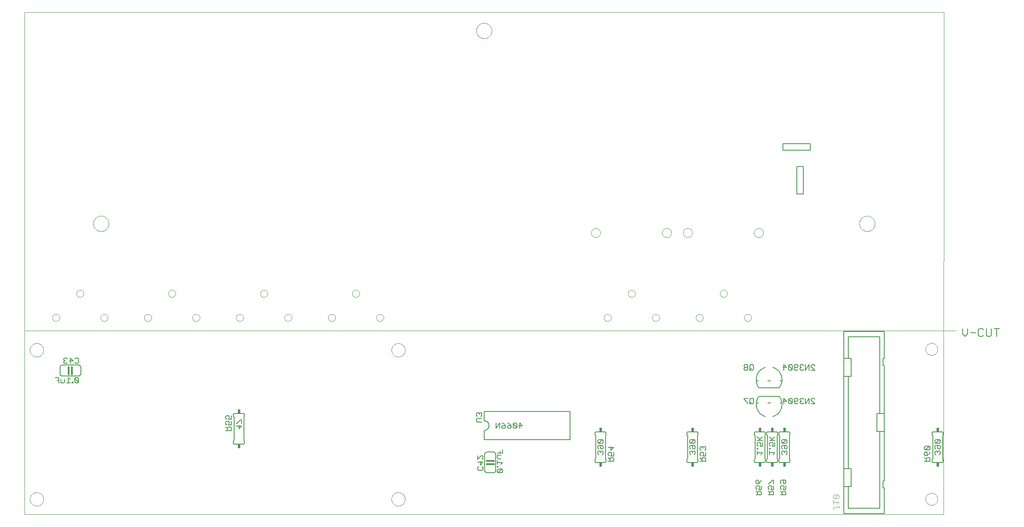
<source format=gbo>
G75*
%MOIN*%
%OFA0B0*%
%FSLAX24Y24*%
%IPPOS*%
%LPD*%
%AMOC8*
5,1,8,0,0,1.08239X$1,22.5*
%
%ADD10C,0.0000*%
%ADD11C,0.0060*%
%ADD12C,0.0050*%
%ADD13R,0.0240X0.0340*%
%ADD14C,0.0080*%
%ADD15C,0.0040*%
%ADD16C,0.0120*%
D10*
X000500Y000250D02*
X000500Y015250D01*
X076500Y015250D01*
X074008Y013750D02*
X074010Y013794D01*
X074016Y013838D01*
X074026Y013881D01*
X074039Y013923D01*
X074057Y013963D01*
X074078Y014002D01*
X074102Y014039D01*
X074129Y014074D01*
X074160Y014106D01*
X074193Y014135D01*
X074229Y014161D01*
X074267Y014183D01*
X074307Y014202D01*
X074348Y014218D01*
X074391Y014230D01*
X074434Y014238D01*
X074478Y014242D01*
X074522Y014242D01*
X074566Y014238D01*
X074609Y014230D01*
X074652Y014218D01*
X074693Y014202D01*
X074733Y014183D01*
X074771Y014161D01*
X074807Y014135D01*
X074840Y014106D01*
X074871Y014074D01*
X074898Y014039D01*
X074922Y014002D01*
X074943Y013963D01*
X074961Y013923D01*
X074974Y013881D01*
X074984Y013838D01*
X074990Y013794D01*
X074992Y013750D01*
X074990Y013706D01*
X074984Y013662D01*
X074974Y013619D01*
X074961Y013577D01*
X074943Y013537D01*
X074922Y013498D01*
X074898Y013461D01*
X074871Y013426D01*
X074840Y013394D01*
X074807Y013365D01*
X074771Y013339D01*
X074733Y013317D01*
X074693Y013298D01*
X074652Y013282D01*
X074609Y013270D01*
X074566Y013262D01*
X074522Y013258D01*
X074478Y013258D01*
X074434Y013262D01*
X074391Y013270D01*
X074348Y013282D01*
X074307Y013298D01*
X074267Y013317D01*
X074229Y013339D01*
X074193Y013365D01*
X074160Y013394D01*
X074129Y013426D01*
X074102Y013461D01*
X074078Y013498D01*
X074057Y013537D01*
X074039Y013577D01*
X074026Y013619D01*
X074016Y013662D01*
X074010Y013706D01*
X074008Y013750D01*
X059213Y016313D02*
X059215Y016347D01*
X059221Y016381D01*
X059231Y016414D01*
X059244Y016445D01*
X059262Y016475D01*
X059282Y016503D01*
X059306Y016528D01*
X059332Y016550D01*
X059360Y016568D01*
X059391Y016584D01*
X059423Y016596D01*
X059457Y016604D01*
X059491Y016608D01*
X059525Y016608D01*
X059559Y016604D01*
X059593Y016596D01*
X059625Y016584D01*
X059655Y016568D01*
X059684Y016550D01*
X059710Y016528D01*
X059734Y016503D01*
X059754Y016475D01*
X059772Y016445D01*
X059785Y016414D01*
X059795Y016381D01*
X059801Y016347D01*
X059803Y016313D01*
X059801Y016279D01*
X059795Y016245D01*
X059785Y016212D01*
X059772Y016181D01*
X059754Y016151D01*
X059734Y016123D01*
X059710Y016098D01*
X059684Y016076D01*
X059656Y016058D01*
X059625Y016042D01*
X059593Y016030D01*
X059559Y016022D01*
X059525Y016018D01*
X059491Y016018D01*
X059457Y016022D01*
X059423Y016030D01*
X059391Y016042D01*
X059360Y016058D01*
X059332Y016076D01*
X059306Y016098D01*
X059282Y016123D01*
X059262Y016151D01*
X059244Y016181D01*
X059231Y016212D01*
X059221Y016245D01*
X059215Y016279D01*
X059213Y016313D01*
X055276Y016313D02*
X055278Y016347D01*
X055284Y016381D01*
X055294Y016414D01*
X055307Y016445D01*
X055325Y016475D01*
X055345Y016503D01*
X055369Y016528D01*
X055395Y016550D01*
X055423Y016568D01*
X055454Y016584D01*
X055486Y016596D01*
X055520Y016604D01*
X055554Y016608D01*
X055588Y016608D01*
X055622Y016604D01*
X055656Y016596D01*
X055688Y016584D01*
X055718Y016568D01*
X055747Y016550D01*
X055773Y016528D01*
X055797Y016503D01*
X055817Y016475D01*
X055835Y016445D01*
X055848Y016414D01*
X055858Y016381D01*
X055864Y016347D01*
X055866Y016313D01*
X055864Y016279D01*
X055858Y016245D01*
X055848Y016212D01*
X055835Y016181D01*
X055817Y016151D01*
X055797Y016123D01*
X055773Y016098D01*
X055747Y016076D01*
X055719Y016058D01*
X055688Y016042D01*
X055656Y016030D01*
X055622Y016022D01*
X055588Y016018D01*
X055554Y016018D01*
X055520Y016022D01*
X055486Y016030D01*
X055454Y016042D01*
X055423Y016058D01*
X055395Y016076D01*
X055369Y016098D01*
X055345Y016123D01*
X055325Y016151D01*
X055307Y016181D01*
X055294Y016212D01*
X055284Y016245D01*
X055278Y016279D01*
X055276Y016313D01*
X051713Y016313D02*
X051715Y016347D01*
X051721Y016381D01*
X051731Y016414D01*
X051744Y016445D01*
X051762Y016475D01*
X051782Y016503D01*
X051806Y016528D01*
X051832Y016550D01*
X051860Y016568D01*
X051891Y016584D01*
X051923Y016596D01*
X051957Y016604D01*
X051991Y016608D01*
X052025Y016608D01*
X052059Y016604D01*
X052093Y016596D01*
X052125Y016584D01*
X052155Y016568D01*
X052184Y016550D01*
X052210Y016528D01*
X052234Y016503D01*
X052254Y016475D01*
X052272Y016445D01*
X052285Y016414D01*
X052295Y016381D01*
X052301Y016347D01*
X052303Y016313D01*
X052301Y016279D01*
X052295Y016245D01*
X052285Y016212D01*
X052272Y016181D01*
X052254Y016151D01*
X052234Y016123D01*
X052210Y016098D01*
X052184Y016076D01*
X052156Y016058D01*
X052125Y016042D01*
X052093Y016030D01*
X052059Y016022D01*
X052025Y016018D01*
X051991Y016018D01*
X051957Y016022D01*
X051923Y016030D01*
X051891Y016042D01*
X051860Y016058D01*
X051832Y016076D01*
X051806Y016098D01*
X051782Y016123D01*
X051762Y016151D01*
X051744Y016181D01*
X051731Y016212D01*
X051721Y016245D01*
X051715Y016279D01*
X051713Y016313D01*
X049744Y018281D02*
X049746Y018315D01*
X049752Y018349D01*
X049762Y018382D01*
X049775Y018413D01*
X049793Y018443D01*
X049813Y018471D01*
X049837Y018496D01*
X049863Y018518D01*
X049891Y018536D01*
X049922Y018552D01*
X049954Y018564D01*
X049988Y018572D01*
X050022Y018576D01*
X050056Y018576D01*
X050090Y018572D01*
X050124Y018564D01*
X050156Y018552D01*
X050186Y018536D01*
X050215Y018518D01*
X050241Y018496D01*
X050265Y018471D01*
X050285Y018443D01*
X050303Y018413D01*
X050316Y018382D01*
X050326Y018349D01*
X050332Y018315D01*
X050334Y018281D01*
X050332Y018247D01*
X050326Y018213D01*
X050316Y018180D01*
X050303Y018149D01*
X050285Y018119D01*
X050265Y018091D01*
X050241Y018066D01*
X050215Y018044D01*
X050187Y018026D01*
X050156Y018010D01*
X050124Y017998D01*
X050090Y017990D01*
X050056Y017986D01*
X050022Y017986D01*
X049988Y017990D01*
X049954Y017998D01*
X049922Y018010D01*
X049891Y018026D01*
X049863Y018044D01*
X049837Y018066D01*
X049813Y018091D01*
X049793Y018119D01*
X049775Y018149D01*
X049762Y018180D01*
X049752Y018213D01*
X049746Y018247D01*
X049744Y018281D01*
X047776Y016313D02*
X047778Y016347D01*
X047784Y016381D01*
X047794Y016414D01*
X047807Y016445D01*
X047825Y016475D01*
X047845Y016503D01*
X047869Y016528D01*
X047895Y016550D01*
X047923Y016568D01*
X047954Y016584D01*
X047986Y016596D01*
X048020Y016604D01*
X048054Y016608D01*
X048088Y016608D01*
X048122Y016604D01*
X048156Y016596D01*
X048188Y016584D01*
X048218Y016568D01*
X048247Y016550D01*
X048273Y016528D01*
X048297Y016503D01*
X048317Y016475D01*
X048335Y016445D01*
X048348Y016414D01*
X048358Y016381D01*
X048364Y016347D01*
X048366Y016313D01*
X048364Y016279D01*
X048358Y016245D01*
X048348Y016212D01*
X048335Y016181D01*
X048317Y016151D01*
X048297Y016123D01*
X048273Y016098D01*
X048247Y016076D01*
X048219Y016058D01*
X048188Y016042D01*
X048156Y016030D01*
X048122Y016022D01*
X048088Y016018D01*
X048054Y016018D01*
X048020Y016022D01*
X047986Y016030D01*
X047954Y016042D01*
X047923Y016058D01*
X047895Y016076D01*
X047869Y016098D01*
X047845Y016123D01*
X047825Y016151D01*
X047807Y016181D01*
X047794Y016212D01*
X047784Y016245D01*
X047778Y016279D01*
X047776Y016313D01*
X057244Y018281D02*
X057246Y018315D01*
X057252Y018349D01*
X057262Y018382D01*
X057275Y018413D01*
X057293Y018443D01*
X057313Y018471D01*
X057337Y018496D01*
X057363Y018518D01*
X057391Y018536D01*
X057422Y018552D01*
X057454Y018564D01*
X057488Y018572D01*
X057522Y018576D01*
X057556Y018576D01*
X057590Y018572D01*
X057624Y018564D01*
X057656Y018552D01*
X057686Y018536D01*
X057715Y018518D01*
X057741Y018496D01*
X057765Y018471D01*
X057785Y018443D01*
X057803Y018413D01*
X057816Y018382D01*
X057826Y018349D01*
X057832Y018315D01*
X057834Y018281D01*
X057832Y018247D01*
X057826Y018213D01*
X057816Y018180D01*
X057803Y018149D01*
X057785Y018119D01*
X057765Y018091D01*
X057741Y018066D01*
X057715Y018044D01*
X057687Y018026D01*
X057656Y018010D01*
X057624Y017998D01*
X057590Y017990D01*
X057556Y017986D01*
X057522Y017986D01*
X057488Y017990D01*
X057454Y017998D01*
X057422Y018010D01*
X057391Y018026D01*
X057363Y018044D01*
X057337Y018066D01*
X057313Y018091D01*
X057293Y018119D01*
X057275Y018149D01*
X057262Y018180D01*
X057252Y018213D01*
X057246Y018247D01*
X057244Y018281D01*
X054231Y023250D02*
X054233Y023288D01*
X054239Y023327D01*
X054249Y023364D01*
X054262Y023400D01*
X054280Y023434D01*
X054300Y023467D01*
X054324Y023497D01*
X054351Y023524D01*
X054381Y023549D01*
X054412Y023571D01*
X054446Y023589D01*
X054482Y023603D01*
X054519Y023614D01*
X054557Y023621D01*
X054595Y023624D01*
X054634Y023623D01*
X054672Y023618D01*
X054710Y023609D01*
X054746Y023596D01*
X054781Y023580D01*
X054814Y023560D01*
X054845Y023537D01*
X054873Y023511D01*
X054898Y023482D01*
X054921Y023451D01*
X054940Y023417D01*
X054955Y023382D01*
X054967Y023345D01*
X054975Y023308D01*
X054979Y023269D01*
X054979Y023231D01*
X054975Y023192D01*
X054967Y023155D01*
X054955Y023118D01*
X054940Y023083D01*
X054921Y023049D01*
X054898Y023018D01*
X054873Y022989D01*
X054845Y022963D01*
X054814Y022940D01*
X054781Y022920D01*
X054746Y022904D01*
X054710Y022891D01*
X054672Y022882D01*
X054634Y022877D01*
X054595Y022876D01*
X054557Y022879D01*
X054519Y022886D01*
X054482Y022897D01*
X054446Y022911D01*
X054412Y022929D01*
X054381Y022951D01*
X054351Y022976D01*
X054324Y023003D01*
X054300Y023033D01*
X054280Y023066D01*
X054262Y023100D01*
X054249Y023136D01*
X054239Y023173D01*
X054233Y023212D01*
X054231Y023250D01*
X052521Y023250D02*
X052523Y023288D01*
X052529Y023327D01*
X052539Y023364D01*
X052552Y023400D01*
X052570Y023434D01*
X052590Y023467D01*
X052614Y023497D01*
X052641Y023524D01*
X052671Y023549D01*
X052702Y023571D01*
X052736Y023589D01*
X052772Y023603D01*
X052809Y023614D01*
X052847Y023621D01*
X052885Y023624D01*
X052924Y023623D01*
X052962Y023618D01*
X053000Y023609D01*
X053036Y023596D01*
X053071Y023580D01*
X053104Y023560D01*
X053135Y023537D01*
X053163Y023511D01*
X053188Y023482D01*
X053211Y023451D01*
X053230Y023417D01*
X053245Y023382D01*
X053257Y023345D01*
X053265Y023308D01*
X053269Y023269D01*
X053269Y023231D01*
X053265Y023192D01*
X053257Y023155D01*
X053245Y023118D01*
X053230Y023083D01*
X053211Y023049D01*
X053188Y023018D01*
X053163Y022989D01*
X053135Y022963D01*
X053104Y022940D01*
X053071Y022920D01*
X053036Y022904D01*
X053000Y022891D01*
X052962Y022882D01*
X052924Y022877D01*
X052885Y022876D01*
X052847Y022879D01*
X052809Y022886D01*
X052772Y022897D01*
X052736Y022911D01*
X052702Y022929D01*
X052671Y022951D01*
X052641Y022976D01*
X052614Y023003D01*
X052590Y023033D01*
X052570Y023066D01*
X052552Y023100D01*
X052539Y023136D01*
X052529Y023173D01*
X052523Y023212D01*
X052521Y023250D01*
X046731Y023250D02*
X046733Y023288D01*
X046739Y023327D01*
X046749Y023364D01*
X046762Y023400D01*
X046780Y023434D01*
X046800Y023467D01*
X046824Y023497D01*
X046851Y023524D01*
X046881Y023549D01*
X046912Y023571D01*
X046946Y023589D01*
X046982Y023603D01*
X047019Y023614D01*
X047057Y023621D01*
X047095Y023624D01*
X047134Y023623D01*
X047172Y023618D01*
X047210Y023609D01*
X047246Y023596D01*
X047281Y023580D01*
X047314Y023560D01*
X047345Y023537D01*
X047373Y023511D01*
X047398Y023482D01*
X047421Y023451D01*
X047440Y023417D01*
X047455Y023382D01*
X047467Y023345D01*
X047475Y023308D01*
X047479Y023269D01*
X047479Y023231D01*
X047475Y023192D01*
X047467Y023155D01*
X047455Y023118D01*
X047440Y023083D01*
X047421Y023049D01*
X047398Y023018D01*
X047373Y022989D01*
X047345Y022963D01*
X047314Y022940D01*
X047281Y022920D01*
X047246Y022904D01*
X047210Y022891D01*
X047172Y022882D01*
X047134Y022877D01*
X047095Y022876D01*
X047057Y022879D01*
X047019Y022886D01*
X046982Y022897D01*
X046946Y022911D01*
X046912Y022929D01*
X046881Y022951D01*
X046851Y022976D01*
X046824Y023003D01*
X046800Y023033D01*
X046780Y023066D01*
X046762Y023100D01*
X046749Y023136D01*
X046739Y023173D01*
X046733Y023212D01*
X046731Y023250D01*
X060021Y023250D02*
X060023Y023288D01*
X060029Y023327D01*
X060039Y023364D01*
X060052Y023400D01*
X060070Y023434D01*
X060090Y023467D01*
X060114Y023497D01*
X060141Y023524D01*
X060171Y023549D01*
X060202Y023571D01*
X060236Y023589D01*
X060272Y023603D01*
X060309Y023614D01*
X060347Y023621D01*
X060385Y023624D01*
X060424Y023623D01*
X060462Y023618D01*
X060500Y023609D01*
X060536Y023596D01*
X060571Y023580D01*
X060604Y023560D01*
X060635Y023537D01*
X060663Y023511D01*
X060688Y023482D01*
X060711Y023451D01*
X060730Y023417D01*
X060745Y023382D01*
X060757Y023345D01*
X060765Y023308D01*
X060769Y023269D01*
X060769Y023231D01*
X060765Y023192D01*
X060757Y023155D01*
X060745Y023118D01*
X060730Y023083D01*
X060711Y023049D01*
X060688Y023018D01*
X060663Y022989D01*
X060635Y022963D01*
X060604Y022940D01*
X060571Y022920D01*
X060536Y022904D01*
X060500Y022891D01*
X060462Y022882D01*
X060424Y022877D01*
X060385Y022876D01*
X060347Y022879D01*
X060309Y022886D01*
X060272Y022897D01*
X060236Y022911D01*
X060202Y022929D01*
X060171Y022951D01*
X060141Y022976D01*
X060114Y023003D01*
X060090Y023033D01*
X060070Y023066D01*
X060052Y023100D01*
X060039Y023136D01*
X060029Y023173D01*
X060023Y023212D01*
X060021Y023250D01*
X068620Y024000D02*
X068622Y024050D01*
X068628Y024100D01*
X068638Y024149D01*
X068652Y024197D01*
X068669Y024244D01*
X068690Y024289D01*
X068715Y024333D01*
X068743Y024374D01*
X068775Y024413D01*
X068809Y024450D01*
X068846Y024484D01*
X068886Y024514D01*
X068928Y024541D01*
X068972Y024565D01*
X069018Y024586D01*
X069065Y024602D01*
X069113Y024615D01*
X069163Y024624D01*
X069212Y024629D01*
X069263Y024630D01*
X069313Y024627D01*
X069362Y024620D01*
X069411Y024609D01*
X069459Y024594D01*
X069505Y024576D01*
X069550Y024554D01*
X069593Y024528D01*
X069634Y024499D01*
X069673Y024467D01*
X069709Y024432D01*
X069741Y024394D01*
X069771Y024354D01*
X069798Y024311D01*
X069821Y024267D01*
X069840Y024221D01*
X069856Y024173D01*
X069868Y024124D01*
X069876Y024075D01*
X069880Y024025D01*
X069880Y023975D01*
X069876Y023925D01*
X069868Y023876D01*
X069856Y023827D01*
X069840Y023779D01*
X069821Y023733D01*
X069798Y023689D01*
X069771Y023646D01*
X069741Y023606D01*
X069709Y023568D01*
X069673Y023533D01*
X069634Y023501D01*
X069593Y023472D01*
X069550Y023446D01*
X069505Y023424D01*
X069459Y023406D01*
X069411Y023391D01*
X069362Y023380D01*
X069313Y023373D01*
X069263Y023370D01*
X069212Y023371D01*
X069163Y023376D01*
X069113Y023385D01*
X069065Y023398D01*
X069018Y023414D01*
X068972Y023435D01*
X068928Y023459D01*
X068886Y023486D01*
X068846Y023516D01*
X068809Y023550D01*
X068775Y023587D01*
X068743Y023626D01*
X068715Y023667D01*
X068690Y023711D01*
X068669Y023756D01*
X068652Y023803D01*
X068638Y023851D01*
X068628Y023900D01*
X068622Y023950D01*
X068620Y024000D01*
X037370Y039750D02*
X037372Y039800D01*
X037378Y039850D01*
X037388Y039899D01*
X037402Y039947D01*
X037419Y039994D01*
X037440Y040039D01*
X037465Y040083D01*
X037493Y040124D01*
X037525Y040163D01*
X037559Y040200D01*
X037596Y040234D01*
X037636Y040264D01*
X037678Y040291D01*
X037722Y040315D01*
X037768Y040336D01*
X037815Y040352D01*
X037863Y040365D01*
X037913Y040374D01*
X037962Y040379D01*
X038013Y040380D01*
X038063Y040377D01*
X038112Y040370D01*
X038161Y040359D01*
X038209Y040344D01*
X038255Y040326D01*
X038300Y040304D01*
X038343Y040278D01*
X038384Y040249D01*
X038423Y040217D01*
X038459Y040182D01*
X038491Y040144D01*
X038521Y040104D01*
X038548Y040061D01*
X038571Y040017D01*
X038590Y039971D01*
X038606Y039923D01*
X038618Y039874D01*
X038626Y039825D01*
X038630Y039775D01*
X038630Y039725D01*
X038626Y039675D01*
X038618Y039626D01*
X038606Y039577D01*
X038590Y039529D01*
X038571Y039483D01*
X038548Y039439D01*
X038521Y039396D01*
X038491Y039356D01*
X038459Y039318D01*
X038423Y039283D01*
X038384Y039251D01*
X038343Y039222D01*
X038300Y039196D01*
X038255Y039174D01*
X038209Y039156D01*
X038161Y039141D01*
X038112Y039130D01*
X038063Y039123D01*
X038013Y039120D01*
X037962Y039121D01*
X037913Y039126D01*
X037863Y039135D01*
X037815Y039148D01*
X037768Y039164D01*
X037722Y039185D01*
X037678Y039209D01*
X037636Y039236D01*
X037596Y039266D01*
X037559Y039300D01*
X037525Y039337D01*
X037493Y039376D01*
X037465Y039417D01*
X037440Y039461D01*
X037419Y039506D01*
X037402Y039553D01*
X037388Y039601D01*
X037378Y039650D01*
X037372Y039700D01*
X037370Y039750D01*
X006120Y024000D02*
X006122Y024050D01*
X006128Y024100D01*
X006138Y024149D01*
X006152Y024197D01*
X006169Y024244D01*
X006190Y024289D01*
X006215Y024333D01*
X006243Y024374D01*
X006275Y024413D01*
X006309Y024450D01*
X006346Y024484D01*
X006386Y024514D01*
X006428Y024541D01*
X006472Y024565D01*
X006518Y024586D01*
X006565Y024602D01*
X006613Y024615D01*
X006663Y024624D01*
X006712Y024629D01*
X006763Y024630D01*
X006813Y024627D01*
X006862Y024620D01*
X006911Y024609D01*
X006959Y024594D01*
X007005Y024576D01*
X007050Y024554D01*
X007093Y024528D01*
X007134Y024499D01*
X007173Y024467D01*
X007209Y024432D01*
X007241Y024394D01*
X007271Y024354D01*
X007298Y024311D01*
X007321Y024267D01*
X007340Y024221D01*
X007356Y024173D01*
X007368Y024124D01*
X007376Y024075D01*
X007380Y024025D01*
X007380Y023975D01*
X007376Y023925D01*
X007368Y023876D01*
X007356Y023827D01*
X007340Y023779D01*
X007321Y023733D01*
X007298Y023689D01*
X007271Y023646D01*
X007241Y023606D01*
X007209Y023568D01*
X007173Y023533D01*
X007134Y023501D01*
X007093Y023472D01*
X007050Y023446D01*
X007005Y023424D01*
X006959Y023406D01*
X006911Y023391D01*
X006862Y023380D01*
X006813Y023373D01*
X006763Y023370D01*
X006712Y023371D01*
X006663Y023376D01*
X006613Y023385D01*
X006565Y023398D01*
X006518Y023414D01*
X006472Y023435D01*
X006428Y023459D01*
X006386Y023486D01*
X006346Y023516D01*
X006309Y023550D01*
X006275Y023587D01*
X006243Y023626D01*
X006215Y023667D01*
X006190Y023711D01*
X006169Y023756D01*
X006152Y023803D01*
X006138Y023851D01*
X006128Y023900D01*
X006122Y023950D01*
X006120Y024000D01*
X004744Y018281D02*
X004746Y018315D01*
X004752Y018349D01*
X004762Y018382D01*
X004775Y018413D01*
X004793Y018443D01*
X004813Y018471D01*
X004837Y018496D01*
X004863Y018518D01*
X004891Y018536D01*
X004922Y018552D01*
X004954Y018564D01*
X004988Y018572D01*
X005022Y018576D01*
X005056Y018576D01*
X005090Y018572D01*
X005124Y018564D01*
X005156Y018552D01*
X005186Y018536D01*
X005215Y018518D01*
X005241Y018496D01*
X005265Y018471D01*
X005285Y018443D01*
X005303Y018413D01*
X005316Y018382D01*
X005326Y018349D01*
X005332Y018315D01*
X005334Y018281D01*
X005332Y018247D01*
X005326Y018213D01*
X005316Y018180D01*
X005303Y018149D01*
X005285Y018119D01*
X005265Y018091D01*
X005241Y018066D01*
X005215Y018044D01*
X005187Y018026D01*
X005156Y018010D01*
X005124Y017998D01*
X005090Y017990D01*
X005056Y017986D01*
X005022Y017986D01*
X004988Y017990D01*
X004954Y017998D01*
X004922Y018010D01*
X004891Y018026D01*
X004863Y018044D01*
X004837Y018066D01*
X004813Y018091D01*
X004793Y018119D01*
X004775Y018149D01*
X004762Y018180D01*
X004752Y018213D01*
X004746Y018247D01*
X004744Y018281D01*
X002776Y016313D02*
X002778Y016347D01*
X002784Y016381D01*
X002794Y016414D01*
X002807Y016445D01*
X002825Y016475D01*
X002845Y016503D01*
X002869Y016528D01*
X002895Y016550D01*
X002923Y016568D01*
X002954Y016584D01*
X002986Y016596D01*
X003020Y016604D01*
X003054Y016608D01*
X003088Y016608D01*
X003122Y016604D01*
X003156Y016596D01*
X003188Y016584D01*
X003218Y016568D01*
X003247Y016550D01*
X003273Y016528D01*
X003297Y016503D01*
X003317Y016475D01*
X003335Y016445D01*
X003348Y016414D01*
X003358Y016381D01*
X003364Y016347D01*
X003366Y016313D01*
X003364Y016279D01*
X003358Y016245D01*
X003348Y016212D01*
X003335Y016181D01*
X003317Y016151D01*
X003297Y016123D01*
X003273Y016098D01*
X003247Y016076D01*
X003219Y016058D01*
X003188Y016042D01*
X003156Y016030D01*
X003122Y016022D01*
X003088Y016018D01*
X003054Y016018D01*
X003020Y016022D01*
X002986Y016030D01*
X002954Y016042D01*
X002923Y016058D01*
X002895Y016076D01*
X002869Y016098D01*
X002845Y016123D01*
X002825Y016151D01*
X002807Y016181D01*
X002794Y016212D01*
X002784Y016245D01*
X002778Y016279D01*
X002776Y016313D01*
X000500Y015250D02*
X000500Y041250D01*
X075500Y041250D01*
X075492Y000250D01*
X000500Y000250D01*
X000949Y001500D02*
X000951Y001547D01*
X000957Y001593D01*
X000967Y001639D01*
X000980Y001684D01*
X000998Y001727D01*
X001019Y001769D01*
X001043Y001809D01*
X001071Y001846D01*
X001102Y001881D01*
X001136Y001914D01*
X001172Y001943D01*
X001211Y001969D01*
X001252Y001992D01*
X001295Y002011D01*
X001339Y002027D01*
X001384Y002039D01*
X001430Y002047D01*
X001477Y002051D01*
X001523Y002051D01*
X001570Y002047D01*
X001616Y002039D01*
X001661Y002027D01*
X001705Y002011D01*
X001748Y001992D01*
X001789Y001969D01*
X001828Y001943D01*
X001864Y001914D01*
X001898Y001881D01*
X001929Y001846D01*
X001957Y001809D01*
X001981Y001769D01*
X002002Y001727D01*
X002020Y001684D01*
X002033Y001639D01*
X002043Y001593D01*
X002049Y001547D01*
X002051Y001500D01*
X002049Y001453D01*
X002043Y001407D01*
X002033Y001361D01*
X002020Y001316D01*
X002002Y001273D01*
X001981Y001231D01*
X001957Y001191D01*
X001929Y001154D01*
X001898Y001119D01*
X001864Y001086D01*
X001828Y001057D01*
X001789Y001031D01*
X001748Y001008D01*
X001705Y000989D01*
X001661Y000973D01*
X001616Y000961D01*
X001570Y000953D01*
X001523Y000949D01*
X001477Y000949D01*
X001430Y000953D01*
X001384Y000961D01*
X001339Y000973D01*
X001295Y000989D01*
X001252Y001008D01*
X001211Y001031D01*
X001172Y001057D01*
X001136Y001086D01*
X001102Y001119D01*
X001071Y001154D01*
X001043Y001191D01*
X001019Y001231D01*
X000998Y001273D01*
X000980Y001316D01*
X000967Y001361D01*
X000957Y001407D01*
X000951Y001453D01*
X000949Y001500D01*
X000949Y013673D02*
X000951Y013720D01*
X000957Y013766D01*
X000967Y013812D01*
X000980Y013857D01*
X000998Y013900D01*
X001019Y013942D01*
X001043Y013982D01*
X001071Y014019D01*
X001102Y014054D01*
X001136Y014087D01*
X001172Y014116D01*
X001211Y014142D01*
X001252Y014165D01*
X001295Y014184D01*
X001339Y014200D01*
X001384Y014212D01*
X001430Y014220D01*
X001477Y014224D01*
X001523Y014224D01*
X001570Y014220D01*
X001616Y014212D01*
X001661Y014200D01*
X001705Y014184D01*
X001748Y014165D01*
X001789Y014142D01*
X001828Y014116D01*
X001864Y014087D01*
X001898Y014054D01*
X001929Y014019D01*
X001957Y013982D01*
X001981Y013942D01*
X002002Y013900D01*
X002020Y013857D01*
X002033Y013812D01*
X002043Y013766D01*
X002049Y013720D01*
X002051Y013673D01*
X002049Y013626D01*
X002043Y013580D01*
X002033Y013534D01*
X002020Y013489D01*
X002002Y013446D01*
X001981Y013404D01*
X001957Y013364D01*
X001929Y013327D01*
X001898Y013292D01*
X001864Y013259D01*
X001828Y013230D01*
X001789Y013204D01*
X001748Y013181D01*
X001705Y013162D01*
X001661Y013146D01*
X001616Y013134D01*
X001570Y013126D01*
X001523Y013122D01*
X001477Y013122D01*
X001430Y013126D01*
X001384Y013134D01*
X001339Y013146D01*
X001295Y013162D01*
X001252Y013181D01*
X001211Y013204D01*
X001172Y013230D01*
X001136Y013259D01*
X001102Y013292D01*
X001071Y013327D01*
X001043Y013364D01*
X001019Y013404D01*
X000998Y013446D01*
X000980Y013489D01*
X000967Y013534D01*
X000957Y013580D01*
X000951Y013626D01*
X000949Y013673D01*
X006713Y016313D02*
X006715Y016347D01*
X006721Y016381D01*
X006731Y016414D01*
X006744Y016445D01*
X006762Y016475D01*
X006782Y016503D01*
X006806Y016528D01*
X006832Y016550D01*
X006860Y016568D01*
X006891Y016584D01*
X006923Y016596D01*
X006957Y016604D01*
X006991Y016608D01*
X007025Y016608D01*
X007059Y016604D01*
X007093Y016596D01*
X007125Y016584D01*
X007155Y016568D01*
X007184Y016550D01*
X007210Y016528D01*
X007234Y016503D01*
X007254Y016475D01*
X007272Y016445D01*
X007285Y016414D01*
X007295Y016381D01*
X007301Y016347D01*
X007303Y016313D01*
X007301Y016279D01*
X007295Y016245D01*
X007285Y016212D01*
X007272Y016181D01*
X007254Y016151D01*
X007234Y016123D01*
X007210Y016098D01*
X007184Y016076D01*
X007156Y016058D01*
X007125Y016042D01*
X007093Y016030D01*
X007059Y016022D01*
X007025Y016018D01*
X006991Y016018D01*
X006957Y016022D01*
X006923Y016030D01*
X006891Y016042D01*
X006860Y016058D01*
X006832Y016076D01*
X006806Y016098D01*
X006782Y016123D01*
X006762Y016151D01*
X006744Y016181D01*
X006731Y016212D01*
X006721Y016245D01*
X006715Y016279D01*
X006713Y016313D01*
X010276Y016313D02*
X010278Y016347D01*
X010284Y016381D01*
X010294Y016414D01*
X010307Y016445D01*
X010325Y016475D01*
X010345Y016503D01*
X010369Y016528D01*
X010395Y016550D01*
X010423Y016568D01*
X010454Y016584D01*
X010486Y016596D01*
X010520Y016604D01*
X010554Y016608D01*
X010588Y016608D01*
X010622Y016604D01*
X010656Y016596D01*
X010688Y016584D01*
X010718Y016568D01*
X010747Y016550D01*
X010773Y016528D01*
X010797Y016503D01*
X010817Y016475D01*
X010835Y016445D01*
X010848Y016414D01*
X010858Y016381D01*
X010864Y016347D01*
X010866Y016313D01*
X010864Y016279D01*
X010858Y016245D01*
X010848Y016212D01*
X010835Y016181D01*
X010817Y016151D01*
X010797Y016123D01*
X010773Y016098D01*
X010747Y016076D01*
X010719Y016058D01*
X010688Y016042D01*
X010656Y016030D01*
X010622Y016022D01*
X010588Y016018D01*
X010554Y016018D01*
X010520Y016022D01*
X010486Y016030D01*
X010454Y016042D01*
X010423Y016058D01*
X010395Y016076D01*
X010369Y016098D01*
X010345Y016123D01*
X010325Y016151D01*
X010307Y016181D01*
X010294Y016212D01*
X010284Y016245D01*
X010278Y016279D01*
X010276Y016313D01*
X012244Y018281D02*
X012246Y018315D01*
X012252Y018349D01*
X012262Y018382D01*
X012275Y018413D01*
X012293Y018443D01*
X012313Y018471D01*
X012337Y018496D01*
X012363Y018518D01*
X012391Y018536D01*
X012422Y018552D01*
X012454Y018564D01*
X012488Y018572D01*
X012522Y018576D01*
X012556Y018576D01*
X012590Y018572D01*
X012624Y018564D01*
X012656Y018552D01*
X012686Y018536D01*
X012715Y018518D01*
X012741Y018496D01*
X012765Y018471D01*
X012785Y018443D01*
X012803Y018413D01*
X012816Y018382D01*
X012826Y018349D01*
X012832Y018315D01*
X012834Y018281D01*
X012832Y018247D01*
X012826Y018213D01*
X012816Y018180D01*
X012803Y018149D01*
X012785Y018119D01*
X012765Y018091D01*
X012741Y018066D01*
X012715Y018044D01*
X012687Y018026D01*
X012656Y018010D01*
X012624Y017998D01*
X012590Y017990D01*
X012556Y017986D01*
X012522Y017986D01*
X012488Y017990D01*
X012454Y017998D01*
X012422Y018010D01*
X012391Y018026D01*
X012363Y018044D01*
X012337Y018066D01*
X012313Y018091D01*
X012293Y018119D01*
X012275Y018149D01*
X012262Y018180D01*
X012252Y018213D01*
X012246Y018247D01*
X012244Y018281D01*
X014213Y016313D02*
X014215Y016347D01*
X014221Y016381D01*
X014231Y016414D01*
X014244Y016445D01*
X014262Y016475D01*
X014282Y016503D01*
X014306Y016528D01*
X014332Y016550D01*
X014360Y016568D01*
X014391Y016584D01*
X014423Y016596D01*
X014457Y016604D01*
X014491Y016608D01*
X014525Y016608D01*
X014559Y016604D01*
X014593Y016596D01*
X014625Y016584D01*
X014655Y016568D01*
X014684Y016550D01*
X014710Y016528D01*
X014734Y016503D01*
X014754Y016475D01*
X014772Y016445D01*
X014785Y016414D01*
X014795Y016381D01*
X014801Y016347D01*
X014803Y016313D01*
X014801Y016279D01*
X014795Y016245D01*
X014785Y016212D01*
X014772Y016181D01*
X014754Y016151D01*
X014734Y016123D01*
X014710Y016098D01*
X014684Y016076D01*
X014656Y016058D01*
X014625Y016042D01*
X014593Y016030D01*
X014559Y016022D01*
X014525Y016018D01*
X014491Y016018D01*
X014457Y016022D01*
X014423Y016030D01*
X014391Y016042D01*
X014360Y016058D01*
X014332Y016076D01*
X014306Y016098D01*
X014282Y016123D01*
X014262Y016151D01*
X014244Y016181D01*
X014231Y016212D01*
X014221Y016245D01*
X014215Y016279D01*
X014213Y016313D01*
X017776Y016313D02*
X017778Y016347D01*
X017784Y016381D01*
X017794Y016414D01*
X017807Y016445D01*
X017825Y016475D01*
X017845Y016503D01*
X017869Y016528D01*
X017895Y016550D01*
X017923Y016568D01*
X017954Y016584D01*
X017986Y016596D01*
X018020Y016604D01*
X018054Y016608D01*
X018088Y016608D01*
X018122Y016604D01*
X018156Y016596D01*
X018188Y016584D01*
X018218Y016568D01*
X018247Y016550D01*
X018273Y016528D01*
X018297Y016503D01*
X018317Y016475D01*
X018335Y016445D01*
X018348Y016414D01*
X018358Y016381D01*
X018364Y016347D01*
X018366Y016313D01*
X018364Y016279D01*
X018358Y016245D01*
X018348Y016212D01*
X018335Y016181D01*
X018317Y016151D01*
X018297Y016123D01*
X018273Y016098D01*
X018247Y016076D01*
X018219Y016058D01*
X018188Y016042D01*
X018156Y016030D01*
X018122Y016022D01*
X018088Y016018D01*
X018054Y016018D01*
X018020Y016022D01*
X017986Y016030D01*
X017954Y016042D01*
X017923Y016058D01*
X017895Y016076D01*
X017869Y016098D01*
X017845Y016123D01*
X017825Y016151D01*
X017807Y016181D01*
X017794Y016212D01*
X017784Y016245D01*
X017778Y016279D01*
X017776Y016313D01*
X019744Y018281D02*
X019746Y018315D01*
X019752Y018349D01*
X019762Y018382D01*
X019775Y018413D01*
X019793Y018443D01*
X019813Y018471D01*
X019837Y018496D01*
X019863Y018518D01*
X019891Y018536D01*
X019922Y018552D01*
X019954Y018564D01*
X019988Y018572D01*
X020022Y018576D01*
X020056Y018576D01*
X020090Y018572D01*
X020124Y018564D01*
X020156Y018552D01*
X020186Y018536D01*
X020215Y018518D01*
X020241Y018496D01*
X020265Y018471D01*
X020285Y018443D01*
X020303Y018413D01*
X020316Y018382D01*
X020326Y018349D01*
X020332Y018315D01*
X020334Y018281D01*
X020332Y018247D01*
X020326Y018213D01*
X020316Y018180D01*
X020303Y018149D01*
X020285Y018119D01*
X020265Y018091D01*
X020241Y018066D01*
X020215Y018044D01*
X020187Y018026D01*
X020156Y018010D01*
X020124Y017998D01*
X020090Y017990D01*
X020056Y017986D01*
X020022Y017986D01*
X019988Y017990D01*
X019954Y017998D01*
X019922Y018010D01*
X019891Y018026D01*
X019863Y018044D01*
X019837Y018066D01*
X019813Y018091D01*
X019793Y018119D01*
X019775Y018149D01*
X019762Y018180D01*
X019752Y018213D01*
X019746Y018247D01*
X019744Y018281D01*
X021713Y016313D02*
X021715Y016347D01*
X021721Y016381D01*
X021731Y016414D01*
X021744Y016445D01*
X021762Y016475D01*
X021782Y016503D01*
X021806Y016528D01*
X021832Y016550D01*
X021860Y016568D01*
X021891Y016584D01*
X021923Y016596D01*
X021957Y016604D01*
X021991Y016608D01*
X022025Y016608D01*
X022059Y016604D01*
X022093Y016596D01*
X022125Y016584D01*
X022155Y016568D01*
X022184Y016550D01*
X022210Y016528D01*
X022234Y016503D01*
X022254Y016475D01*
X022272Y016445D01*
X022285Y016414D01*
X022295Y016381D01*
X022301Y016347D01*
X022303Y016313D01*
X022301Y016279D01*
X022295Y016245D01*
X022285Y016212D01*
X022272Y016181D01*
X022254Y016151D01*
X022234Y016123D01*
X022210Y016098D01*
X022184Y016076D01*
X022156Y016058D01*
X022125Y016042D01*
X022093Y016030D01*
X022059Y016022D01*
X022025Y016018D01*
X021991Y016018D01*
X021957Y016022D01*
X021923Y016030D01*
X021891Y016042D01*
X021860Y016058D01*
X021832Y016076D01*
X021806Y016098D01*
X021782Y016123D01*
X021762Y016151D01*
X021744Y016181D01*
X021731Y016212D01*
X021721Y016245D01*
X021715Y016279D01*
X021713Y016313D01*
X025276Y016313D02*
X025278Y016347D01*
X025284Y016381D01*
X025294Y016414D01*
X025307Y016445D01*
X025325Y016475D01*
X025345Y016503D01*
X025369Y016528D01*
X025395Y016550D01*
X025423Y016568D01*
X025454Y016584D01*
X025486Y016596D01*
X025520Y016604D01*
X025554Y016608D01*
X025588Y016608D01*
X025622Y016604D01*
X025656Y016596D01*
X025688Y016584D01*
X025718Y016568D01*
X025747Y016550D01*
X025773Y016528D01*
X025797Y016503D01*
X025817Y016475D01*
X025835Y016445D01*
X025848Y016414D01*
X025858Y016381D01*
X025864Y016347D01*
X025866Y016313D01*
X025864Y016279D01*
X025858Y016245D01*
X025848Y016212D01*
X025835Y016181D01*
X025817Y016151D01*
X025797Y016123D01*
X025773Y016098D01*
X025747Y016076D01*
X025719Y016058D01*
X025688Y016042D01*
X025656Y016030D01*
X025622Y016022D01*
X025588Y016018D01*
X025554Y016018D01*
X025520Y016022D01*
X025486Y016030D01*
X025454Y016042D01*
X025423Y016058D01*
X025395Y016076D01*
X025369Y016098D01*
X025345Y016123D01*
X025325Y016151D01*
X025307Y016181D01*
X025294Y016212D01*
X025284Y016245D01*
X025278Y016279D01*
X025276Y016313D01*
X027244Y018281D02*
X027246Y018315D01*
X027252Y018349D01*
X027262Y018382D01*
X027275Y018413D01*
X027293Y018443D01*
X027313Y018471D01*
X027337Y018496D01*
X027363Y018518D01*
X027391Y018536D01*
X027422Y018552D01*
X027454Y018564D01*
X027488Y018572D01*
X027522Y018576D01*
X027556Y018576D01*
X027590Y018572D01*
X027624Y018564D01*
X027656Y018552D01*
X027686Y018536D01*
X027715Y018518D01*
X027741Y018496D01*
X027765Y018471D01*
X027785Y018443D01*
X027803Y018413D01*
X027816Y018382D01*
X027826Y018349D01*
X027832Y018315D01*
X027834Y018281D01*
X027832Y018247D01*
X027826Y018213D01*
X027816Y018180D01*
X027803Y018149D01*
X027785Y018119D01*
X027765Y018091D01*
X027741Y018066D01*
X027715Y018044D01*
X027687Y018026D01*
X027656Y018010D01*
X027624Y017998D01*
X027590Y017990D01*
X027556Y017986D01*
X027522Y017986D01*
X027488Y017990D01*
X027454Y017998D01*
X027422Y018010D01*
X027391Y018026D01*
X027363Y018044D01*
X027337Y018066D01*
X027313Y018091D01*
X027293Y018119D01*
X027275Y018149D01*
X027262Y018180D01*
X027252Y018213D01*
X027246Y018247D01*
X027244Y018281D01*
X029213Y016313D02*
X029215Y016347D01*
X029221Y016381D01*
X029231Y016414D01*
X029244Y016445D01*
X029262Y016475D01*
X029282Y016503D01*
X029306Y016528D01*
X029332Y016550D01*
X029360Y016568D01*
X029391Y016584D01*
X029423Y016596D01*
X029457Y016604D01*
X029491Y016608D01*
X029525Y016608D01*
X029559Y016604D01*
X029593Y016596D01*
X029625Y016584D01*
X029655Y016568D01*
X029684Y016550D01*
X029710Y016528D01*
X029734Y016503D01*
X029754Y016475D01*
X029772Y016445D01*
X029785Y016414D01*
X029795Y016381D01*
X029801Y016347D01*
X029803Y016313D01*
X029801Y016279D01*
X029795Y016245D01*
X029785Y016212D01*
X029772Y016181D01*
X029754Y016151D01*
X029734Y016123D01*
X029710Y016098D01*
X029684Y016076D01*
X029656Y016058D01*
X029625Y016042D01*
X029593Y016030D01*
X029559Y016022D01*
X029525Y016018D01*
X029491Y016018D01*
X029457Y016022D01*
X029423Y016030D01*
X029391Y016042D01*
X029360Y016058D01*
X029332Y016076D01*
X029306Y016098D01*
X029282Y016123D01*
X029262Y016151D01*
X029244Y016181D01*
X029231Y016212D01*
X029221Y016245D01*
X029215Y016279D01*
X029213Y016313D01*
X030445Y013673D02*
X030447Y013720D01*
X030453Y013766D01*
X030463Y013812D01*
X030476Y013857D01*
X030494Y013900D01*
X030515Y013942D01*
X030539Y013982D01*
X030567Y014019D01*
X030598Y014054D01*
X030632Y014087D01*
X030668Y014116D01*
X030707Y014142D01*
X030748Y014165D01*
X030791Y014184D01*
X030835Y014200D01*
X030880Y014212D01*
X030926Y014220D01*
X030973Y014224D01*
X031019Y014224D01*
X031066Y014220D01*
X031112Y014212D01*
X031157Y014200D01*
X031201Y014184D01*
X031244Y014165D01*
X031285Y014142D01*
X031324Y014116D01*
X031360Y014087D01*
X031394Y014054D01*
X031425Y014019D01*
X031453Y013982D01*
X031477Y013942D01*
X031498Y013900D01*
X031516Y013857D01*
X031529Y013812D01*
X031539Y013766D01*
X031545Y013720D01*
X031547Y013673D01*
X031545Y013626D01*
X031539Y013580D01*
X031529Y013534D01*
X031516Y013489D01*
X031498Y013446D01*
X031477Y013404D01*
X031453Y013364D01*
X031425Y013327D01*
X031394Y013292D01*
X031360Y013259D01*
X031324Y013230D01*
X031285Y013204D01*
X031244Y013181D01*
X031201Y013162D01*
X031157Y013146D01*
X031112Y013134D01*
X031066Y013126D01*
X031019Y013122D01*
X030973Y013122D01*
X030926Y013126D01*
X030880Y013134D01*
X030835Y013146D01*
X030791Y013162D01*
X030748Y013181D01*
X030707Y013204D01*
X030668Y013230D01*
X030632Y013259D01*
X030598Y013292D01*
X030567Y013327D01*
X030539Y013364D01*
X030515Y013404D01*
X030494Y013446D01*
X030476Y013489D01*
X030463Y013534D01*
X030453Y013580D01*
X030447Y013626D01*
X030445Y013673D01*
X030445Y001500D02*
X030447Y001547D01*
X030453Y001593D01*
X030463Y001639D01*
X030476Y001684D01*
X030494Y001727D01*
X030515Y001769D01*
X030539Y001809D01*
X030567Y001846D01*
X030598Y001881D01*
X030632Y001914D01*
X030668Y001943D01*
X030707Y001969D01*
X030748Y001992D01*
X030791Y002011D01*
X030835Y002027D01*
X030880Y002039D01*
X030926Y002047D01*
X030973Y002051D01*
X031019Y002051D01*
X031066Y002047D01*
X031112Y002039D01*
X031157Y002027D01*
X031201Y002011D01*
X031244Y001992D01*
X031285Y001969D01*
X031324Y001943D01*
X031360Y001914D01*
X031394Y001881D01*
X031425Y001846D01*
X031453Y001809D01*
X031477Y001769D01*
X031498Y001727D01*
X031516Y001684D01*
X031529Y001639D01*
X031539Y001593D01*
X031545Y001547D01*
X031547Y001500D01*
X031545Y001453D01*
X031539Y001407D01*
X031529Y001361D01*
X031516Y001316D01*
X031498Y001273D01*
X031477Y001231D01*
X031453Y001191D01*
X031425Y001154D01*
X031394Y001119D01*
X031360Y001086D01*
X031324Y001057D01*
X031285Y001031D01*
X031244Y001008D01*
X031201Y000989D01*
X031157Y000973D01*
X031112Y000961D01*
X031066Y000953D01*
X031019Y000949D01*
X030973Y000949D01*
X030926Y000953D01*
X030880Y000961D01*
X030835Y000973D01*
X030791Y000989D01*
X030748Y001008D01*
X030707Y001031D01*
X030668Y001057D01*
X030632Y001086D01*
X030598Y001119D01*
X030567Y001154D01*
X030539Y001191D01*
X030515Y001231D01*
X030494Y001273D01*
X030476Y001316D01*
X030463Y001361D01*
X030453Y001407D01*
X030447Y001453D01*
X030445Y001500D01*
X074008Y001500D02*
X074010Y001544D01*
X074016Y001588D01*
X074026Y001631D01*
X074039Y001673D01*
X074057Y001713D01*
X074078Y001752D01*
X074102Y001789D01*
X074129Y001824D01*
X074160Y001856D01*
X074193Y001885D01*
X074229Y001911D01*
X074267Y001933D01*
X074307Y001952D01*
X074348Y001968D01*
X074391Y001980D01*
X074434Y001988D01*
X074478Y001992D01*
X074522Y001992D01*
X074566Y001988D01*
X074609Y001980D01*
X074652Y001968D01*
X074693Y001952D01*
X074733Y001933D01*
X074771Y001911D01*
X074807Y001885D01*
X074840Y001856D01*
X074871Y001824D01*
X074898Y001789D01*
X074922Y001752D01*
X074943Y001713D01*
X074961Y001673D01*
X074974Y001631D01*
X074984Y001588D01*
X074990Y001544D01*
X074992Y001500D01*
X074990Y001456D01*
X074984Y001412D01*
X074974Y001369D01*
X074961Y001327D01*
X074943Y001287D01*
X074922Y001248D01*
X074898Y001211D01*
X074871Y001176D01*
X074840Y001144D01*
X074807Y001115D01*
X074771Y001089D01*
X074733Y001067D01*
X074693Y001048D01*
X074652Y001032D01*
X074609Y001020D01*
X074566Y001012D01*
X074522Y001008D01*
X074478Y001008D01*
X074434Y001012D01*
X074391Y001020D01*
X074348Y001032D01*
X074307Y001048D01*
X074267Y001067D01*
X074229Y001089D01*
X074193Y001115D01*
X074160Y001144D01*
X074129Y001176D01*
X074102Y001211D01*
X074078Y001248D01*
X074057Y001287D01*
X074039Y001327D01*
X074026Y001369D01*
X074016Y001412D01*
X074010Y001456D01*
X074008Y001500D01*
D11*
X074650Y004500D02*
X075350Y004500D01*
X075367Y004502D01*
X075384Y004506D01*
X075400Y004513D01*
X075414Y004523D01*
X075427Y004536D01*
X075437Y004550D01*
X075444Y004566D01*
X075448Y004583D01*
X075450Y004600D01*
X075450Y004750D01*
X075400Y004800D01*
X075400Y006700D01*
X075450Y006750D01*
X075450Y006900D01*
X075448Y006917D01*
X075444Y006934D01*
X075437Y006950D01*
X075427Y006964D01*
X075414Y006977D01*
X075400Y006987D01*
X075384Y006994D01*
X075367Y006998D01*
X075350Y007000D01*
X074650Y007000D01*
X074633Y006998D01*
X074616Y006994D01*
X074600Y006987D01*
X074586Y006977D01*
X074573Y006964D01*
X074563Y006950D01*
X074556Y006934D01*
X074552Y006917D01*
X074550Y006900D01*
X074550Y006750D01*
X074600Y006700D01*
X074600Y004800D01*
X074550Y004750D01*
X074550Y004600D01*
X074552Y004583D01*
X074556Y004566D01*
X074563Y004550D01*
X074573Y004536D01*
X074586Y004523D01*
X074600Y004513D01*
X074616Y004506D01*
X074633Y004502D01*
X074650Y004500D01*
X062950Y004600D02*
X062950Y004750D01*
X062900Y004800D01*
X062900Y006700D01*
X062950Y006750D01*
X062950Y006900D01*
X062948Y006917D01*
X062944Y006934D01*
X062937Y006950D01*
X062927Y006964D01*
X062914Y006977D01*
X062900Y006987D01*
X062884Y006994D01*
X062867Y006998D01*
X062850Y007000D01*
X062150Y007000D01*
X062133Y006998D01*
X062116Y006994D01*
X062100Y006987D01*
X062086Y006977D01*
X062073Y006964D01*
X062063Y006950D01*
X062056Y006934D01*
X062052Y006917D01*
X062050Y006900D01*
X062050Y006750D01*
X062100Y006700D01*
X062100Y004800D01*
X062050Y004750D01*
X062050Y004600D01*
X062052Y004583D01*
X062056Y004566D01*
X062063Y004550D01*
X062073Y004536D01*
X062086Y004523D01*
X062100Y004513D01*
X062116Y004506D01*
X062133Y004502D01*
X062150Y004500D01*
X062850Y004500D01*
X062867Y004502D01*
X062884Y004506D01*
X062900Y004513D01*
X062914Y004523D01*
X062927Y004536D01*
X062937Y004550D01*
X062944Y004566D01*
X062948Y004583D01*
X062950Y004600D01*
X061950Y004600D02*
X061950Y004750D01*
X061900Y004800D01*
X061900Y006700D01*
X061950Y006750D01*
X061950Y006900D01*
X061948Y006917D01*
X061944Y006934D01*
X061937Y006950D01*
X061927Y006964D01*
X061914Y006977D01*
X061900Y006987D01*
X061884Y006994D01*
X061867Y006998D01*
X061850Y007000D01*
X061150Y007000D01*
X061133Y006998D01*
X061116Y006994D01*
X061100Y006987D01*
X061086Y006977D01*
X061073Y006964D01*
X061063Y006950D01*
X061056Y006934D01*
X061052Y006917D01*
X061050Y006900D01*
X061050Y006750D01*
X061100Y006700D01*
X061100Y004800D01*
X061050Y004750D01*
X061050Y004600D01*
X060950Y004600D02*
X060950Y004750D01*
X060900Y004800D01*
X060900Y006700D01*
X060950Y006750D01*
X060950Y006900D01*
X060948Y006917D01*
X060944Y006934D01*
X060937Y006950D01*
X060927Y006964D01*
X060914Y006977D01*
X060900Y006987D01*
X060884Y006994D01*
X060867Y006998D01*
X060850Y007000D01*
X060150Y007000D01*
X060133Y006998D01*
X060116Y006994D01*
X060100Y006987D01*
X060086Y006977D01*
X060073Y006964D01*
X060063Y006950D01*
X060056Y006934D01*
X060052Y006917D01*
X060050Y006900D01*
X060050Y006750D01*
X060100Y006700D01*
X060100Y004800D01*
X060050Y004750D01*
X060050Y004600D01*
X060052Y004583D01*
X060056Y004566D01*
X060063Y004550D01*
X060073Y004536D01*
X060086Y004523D01*
X060100Y004513D01*
X060116Y004506D01*
X060133Y004502D01*
X060150Y004500D01*
X060850Y004500D01*
X060867Y004502D01*
X060884Y004506D01*
X060900Y004513D01*
X060914Y004523D01*
X060927Y004536D01*
X060937Y004550D01*
X060944Y004566D01*
X060948Y004583D01*
X060950Y004600D01*
X061050Y004600D02*
X061052Y004583D01*
X061056Y004566D01*
X061063Y004550D01*
X061073Y004536D01*
X061086Y004523D01*
X061100Y004513D01*
X061116Y004506D01*
X061133Y004502D01*
X061150Y004500D01*
X061850Y004500D01*
X061867Y004502D01*
X061884Y004506D01*
X061900Y004513D01*
X061914Y004523D01*
X061927Y004536D01*
X061937Y004550D01*
X061944Y004566D01*
X061948Y004583D01*
X061950Y004600D01*
X055450Y004600D02*
X055450Y004750D01*
X055400Y004800D01*
X055400Y006700D01*
X055450Y006750D01*
X055450Y006900D01*
X055448Y006917D01*
X055444Y006934D01*
X055437Y006950D01*
X055427Y006964D01*
X055414Y006977D01*
X055400Y006987D01*
X055384Y006994D01*
X055367Y006998D01*
X055350Y007000D01*
X054650Y007000D01*
X054633Y006998D01*
X054616Y006994D01*
X054600Y006987D01*
X054586Y006977D01*
X054573Y006964D01*
X054563Y006950D01*
X054556Y006934D01*
X054552Y006917D01*
X054550Y006900D01*
X054550Y006750D01*
X054600Y006700D01*
X054600Y004800D01*
X054550Y004750D01*
X054550Y004600D01*
X054552Y004583D01*
X054556Y004566D01*
X054563Y004550D01*
X054573Y004536D01*
X054586Y004523D01*
X054600Y004513D01*
X054616Y004506D01*
X054633Y004502D01*
X054650Y004500D01*
X055350Y004500D01*
X055367Y004502D01*
X055384Y004506D01*
X055400Y004513D01*
X055414Y004523D01*
X055427Y004536D01*
X055437Y004550D01*
X055444Y004566D01*
X055448Y004583D01*
X055450Y004600D01*
X047950Y004600D02*
X047950Y004750D01*
X047900Y004800D01*
X047900Y006700D01*
X047950Y006750D01*
X047950Y006900D01*
X047948Y006917D01*
X047944Y006934D01*
X047937Y006950D01*
X047927Y006964D01*
X047914Y006977D01*
X047900Y006987D01*
X047884Y006994D01*
X047867Y006998D01*
X047850Y007000D01*
X047150Y007000D01*
X047133Y006998D01*
X047116Y006994D01*
X047100Y006987D01*
X047086Y006977D01*
X047073Y006964D01*
X047063Y006950D01*
X047056Y006934D01*
X047052Y006917D01*
X047050Y006900D01*
X047050Y006750D01*
X047100Y006700D01*
X047100Y004800D01*
X047050Y004750D01*
X047050Y004600D01*
X047052Y004583D01*
X047056Y004566D01*
X047063Y004550D01*
X047073Y004536D01*
X047086Y004523D01*
X047100Y004513D01*
X047116Y004506D01*
X047133Y004502D01*
X047150Y004500D01*
X047850Y004500D01*
X047867Y004502D01*
X047884Y004506D01*
X047900Y004513D01*
X047914Y004523D01*
X047927Y004536D01*
X047937Y004550D01*
X047944Y004566D01*
X047948Y004583D01*
X047950Y004600D01*
X045000Y006350D02*
X045000Y008650D01*
X038000Y008650D01*
X038000Y007900D01*
X038039Y007898D01*
X038078Y007892D01*
X038116Y007883D01*
X038153Y007870D01*
X038189Y007853D01*
X038222Y007833D01*
X038254Y007809D01*
X038283Y007783D01*
X038309Y007754D01*
X038333Y007722D01*
X038353Y007689D01*
X038370Y007653D01*
X038383Y007616D01*
X038392Y007578D01*
X038398Y007539D01*
X038400Y007500D01*
X038398Y007461D01*
X038392Y007422D01*
X038383Y007384D01*
X038370Y007347D01*
X038353Y007311D01*
X038333Y007278D01*
X038309Y007246D01*
X038283Y007217D01*
X038254Y007191D01*
X038222Y007167D01*
X038189Y007147D01*
X038153Y007130D01*
X038116Y007117D01*
X038078Y007108D01*
X038039Y007102D01*
X038000Y007100D01*
X038000Y006350D01*
X045000Y006350D01*
X038950Y005150D02*
X038950Y003850D01*
X038948Y003824D01*
X038943Y003798D01*
X038935Y003773D01*
X038923Y003750D01*
X038909Y003728D01*
X038891Y003709D01*
X038872Y003691D01*
X038850Y003677D01*
X038827Y003665D01*
X038802Y003657D01*
X038776Y003652D01*
X038750Y003650D01*
X038250Y003650D01*
X038224Y003652D01*
X038198Y003657D01*
X038173Y003665D01*
X038150Y003677D01*
X038128Y003691D01*
X038109Y003709D01*
X038091Y003728D01*
X038077Y003750D01*
X038065Y003773D01*
X038057Y003798D01*
X038052Y003824D01*
X038050Y003850D01*
X038050Y005150D01*
X038052Y005176D01*
X038057Y005202D01*
X038065Y005227D01*
X038077Y005250D01*
X038091Y005272D01*
X038109Y005291D01*
X038128Y005309D01*
X038150Y005323D01*
X038173Y005335D01*
X038198Y005343D01*
X038224Y005348D01*
X038250Y005350D01*
X038750Y005350D01*
X038776Y005348D01*
X038802Y005343D01*
X038827Y005335D01*
X038850Y005323D01*
X038872Y005309D01*
X038891Y005291D01*
X038909Y005272D01*
X038923Y005250D01*
X038935Y005227D01*
X038943Y005202D01*
X038948Y005176D01*
X038950Y005150D01*
X018450Y006100D02*
X018450Y006250D01*
X018400Y006300D01*
X018400Y008200D01*
X018450Y008250D01*
X018450Y008400D01*
X018448Y008417D01*
X018444Y008434D01*
X018437Y008450D01*
X018427Y008464D01*
X018414Y008477D01*
X018400Y008487D01*
X018384Y008494D01*
X018367Y008498D01*
X018350Y008500D01*
X017650Y008500D01*
X017633Y008498D01*
X017616Y008494D01*
X017600Y008487D01*
X017586Y008477D01*
X017573Y008464D01*
X017563Y008450D01*
X017556Y008434D01*
X017552Y008417D01*
X017550Y008400D01*
X017550Y008250D01*
X017600Y008200D01*
X017600Y006300D01*
X017550Y006250D01*
X017550Y006100D01*
X017552Y006083D01*
X017556Y006066D01*
X017563Y006050D01*
X017573Y006036D01*
X017586Y006023D01*
X017600Y006013D01*
X017616Y006006D01*
X017633Y006002D01*
X017650Y006000D01*
X018350Y006000D01*
X018367Y006002D01*
X018384Y006006D01*
X018400Y006013D01*
X018414Y006023D01*
X018427Y006036D01*
X018437Y006050D01*
X018444Y006066D01*
X018448Y006083D01*
X018450Y006100D01*
X005100Y011750D02*
X005100Y012250D01*
X005098Y012276D01*
X005093Y012302D01*
X005085Y012327D01*
X005073Y012350D01*
X005059Y012372D01*
X005041Y012391D01*
X005022Y012409D01*
X005000Y012423D01*
X004977Y012435D01*
X004952Y012443D01*
X004926Y012448D01*
X004900Y012450D01*
X003600Y012450D01*
X003574Y012448D01*
X003548Y012443D01*
X003523Y012435D01*
X003500Y012423D01*
X003478Y012409D01*
X003459Y012391D01*
X003441Y012372D01*
X003427Y012350D01*
X003415Y012327D01*
X003407Y012302D01*
X003402Y012276D01*
X003400Y012250D01*
X003400Y011750D01*
X003402Y011724D01*
X003407Y011698D01*
X003415Y011673D01*
X003427Y011650D01*
X003441Y011628D01*
X003459Y011609D01*
X003478Y011591D01*
X003500Y011577D01*
X003523Y011565D01*
X003548Y011557D01*
X003574Y011552D01*
X003600Y011550D01*
X004900Y011550D01*
X004926Y011552D01*
X004952Y011557D01*
X004977Y011565D01*
X005000Y011577D01*
X005022Y011591D01*
X005041Y011609D01*
X005059Y011628D01*
X005073Y011650D01*
X005085Y011673D01*
X005093Y011698D01*
X005098Y011724D01*
X005100Y011750D01*
X077030Y014994D02*
X077244Y014780D01*
X077457Y014994D01*
X077457Y015421D01*
X077675Y015100D02*
X078102Y015100D01*
X078319Y015314D02*
X078319Y014887D01*
X078426Y014780D01*
X078639Y014780D01*
X078746Y014887D01*
X078964Y014887D02*
X079070Y014780D01*
X079284Y014780D01*
X079391Y014887D01*
X079391Y015421D01*
X079608Y015421D02*
X080035Y015421D01*
X079822Y015421D02*
X079822Y014780D01*
X078964Y014887D02*
X078964Y015421D01*
X078746Y015314D02*
X078639Y015421D01*
X078426Y015421D01*
X078319Y015314D01*
X077030Y015421D02*
X077030Y014994D01*
D12*
X064987Y012400D02*
X064912Y012475D01*
X064762Y012475D01*
X064687Y012400D01*
X064687Y012325D01*
X064987Y012025D01*
X064687Y012025D01*
X064527Y012025D02*
X064527Y012475D01*
X064227Y012025D01*
X064227Y012475D01*
X064067Y012400D02*
X063992Y012475D01*
X063841Y012475D01*
X063766Y012400D01*
X063766Y012325D01*
X063841Y012250D01*
X063766Y012175D01*
X063766Y012100D01*
X063841Y012025D01*
X063992Y012025D01*
X064067Y012100D01*
X063916Y012250D02*
X063841Y012250D01*
X063606Y012325D02*
X063531Y012250D01*
X063306Y012250D01*
X063306Y012100D02*
X063306Y012400D01*
X063381Y012475D01*
X063531Y012475D01*
X063606Y012400D01*
X063606Y012325D01*
X063606Y012100D02*
X063531Y012025D01*
X063381Y012025D01*
X063306Y012100D01*
X063146Y012100D02*
X062846Y012400D01*
X062846Y012100D01*
X062921Y012025D01*
X063071Y012025D01*
X063146Y012100D01*
X063146Y012400D01*
X063071Y012475D01*
X062921Y012475D01*
X062846Y012400D01*
X062685Y012250D02*
X062385Y012250D01*
X062460Y012025D02*
X062460Y012475D01*
X062685Y012250D01*
X061560Y012253D02*
X061619Y012233D01*
X061676Y012210D01*
X061733Y012183D01*
X061787Y012152D01*
X061840Y012119D01*
X061890Y012082D01*
X061939Y012043D01*
X061984Y012000D01*
X062028Y011955D01*
X062068Y011908D01*
X062106Y011858D01*
X062141Y011806D01*
X062172Y011752D01*
X062200Y011697D01*
X062225Y011640D01*
X062246Y011581D01*
X062264Y011521D01*
X062279Y011460D01*
X062289Y011399D01*
X062296Y011337D01*
X062300Y011275D01*
X062299Y011212D01*
X062295Y011150D01*
X062137Y011150D01*
X062075Y010600D02*
X060425Y010600D01*
X060363Y011150D02*
X060205Y011150D01*
X061137Y011150D02*
X061363Y011150D01*
X062075Y010600D02*
X062110Y010648D01*
X062143Y010698D01*
X062174Y010750D01*
X062201Y010804D01*
X062225Y010859D01*
X062245Y010916D01*
X062263Y010973D01*
X062277Y011031D01*
X062288Y011090D01*
X062295Y011150D01*
X060940Y012253D02*
X060880Y012233D01*
X060821Y012209D01*
X060764Y012181D01*
X060709Y012150D01*
X060655Y012115D01*
X060604Y012078D01*
X060555Y012037D01*
X060509Y011993D01*
X060465Y011947D01*
X060424Y011898D01*
X060386Y011847D01*
X060352Y011794D01*
X060320Y011738D01*
X060293Y011681D01*
X060268Y011622D01*
X060248Y011562D01*
X060230Y011501D01*
X060217Y011439D01*
X060208Y011376D01*
X060202Y011313D01*
X060200Y011249D01*
X060202Y011185D01*
X060208Y011122D01*
X060217Y011059D01*
X060231Y010997D01*
X060248Y010936D01*
X060269Y010876D01*
X060293Y010817D01*
X060321Y010760D01*
X060353Y010704D01*
X060388Y010651D01*
X060425Y010600D01*
X060425Y009900D02*
X062075Y009900D01*
X062460Y009725D02*
X062685Y009500D01*
X062385Y009500D01*
X062295Y009350D02*
X062137Y009350D01*
X062460Y009275D02*
X062460Y009725D01*
X062846Y009650D02*
X063146Y009350D01*
X063071Y009275D01*
X062921Y009275D01*
X062846Y009350D01*
X062846Y009650D01*
X062921Y009725D01*
X063071Y009725D01*
X063146Y009650D01*
X063146Y009350D01*
X063306Y009350D02*
X063306Y009650D01*
X063381Y009725D01*
X063531Y009725D01*
X063606Y009650D01*
X063606Y009575D01*
X063531Y009500D01*
X063306Y009500D01*
X063306Y009350D02*
X063381Y009275D01*
X063531Y009275D01*
X063606Y009350D01*
X063766Y009350D02*
X063841Y009275D01*
X063992Y009275D01*
X064067Y009350D01*
X064227Y009275D02*
X064227Y009725D01*
X064067Y009650D02*
X063992Y009725D01*
X063841Y009725D01*
X063766Y009650D01*
X063766Y009575D01*
X063841Y009500D01*
X063766Y009425D01*
X063766Y009350D01*
X063841Y009500D02*
X063916Y009500D01*
X064227Y009275D02*
X064527Y009725D01*
X064527Y009275D01*
X064687Y009275D02*
X064987Y009275D01*
X064687Y009575D01*
X064687Y009650D01*
X064762Y009725D01*
X064912Y009725D01*
X064987Y009650D01*
X061363Y009350D02*
X061137Y009350D01*
X060425Y009900D02*
X060390Y009852D01*
X060357Y009802D01*
X060326Y009750D01*
X060299Y009696D01*
X060275Y009641D01*
X060255Y009584D01*
X060237Y009527D01*
X060223Y009469D01*
X060212Y009410D01*
X060205Y009350D01*
X060363Y009350D01*
X059975Y009350D02*
X059975Y009650D01*
X059900Y009725D01*
X059750Y009725D01*
X059675Y009650D01*
X059675Y009350D01*
X059750Y009275D01*
X059900Y009275D01*
X059975Y009350D01*
X059825Y009425D02*
X059675Y009275D01*
X059515Y009275D02*
X059515Y009350D01*
X059214Y009650D01*
X059214Y009725D01*
X059515Y009725D01*
X061560Y008247D02*
X061620Y008267D01*
X061679Y008291D01*
X061736Y008319D01*
X061791Y008350D01*
X061845Y008385D01*
X061896Y008422D01*
X061945Y008463D01*
X061991Y008507D01*
X062035Y008553D01*
X062076Y008602D01*
X062114Y008653D01*
X062148Y008706D01*
X062180Y008762D01*
X062207Y008819D01*
X062232Y008878D01*
X062252Y008938D01*
X062270Y008999D01*
X062283Y009061D01*
X062292Y009124D01*
X062298Y009187D01*
X062300Y009251D01*
X062298Y009315D01*
X062292Y009378D01*
X062283Y009441D01*
X062269Y009503D01*
X062252Y009564D01*
X062231Y009624D01*
X062207Y009683D01*
X062179Y009740D01*
X062147Y009796D01*
X062112Y009849D01*
X062075Y009900D01*
X060205Y009350D02*
X060201Y009288D01*
X060200Y009225D01*
X060204Y009163D01*
X060211Y009101D01*
X060221Y009040D01*
X060236Y008979D01*
X060254Y008919D01*
X060275Y008860D01*
X060300Y008803D01*
X060328Y008748D01*
X060359Y008694D01*
X060394Y008642D01*
X060432Y008592D01*
X060472Y008545D01*
X060516Y008500D01*
X060561Y008457D01*
X060610Y008418D01*
X060660Y008381D01*
X060713Y008348D01*
X060767Y008317D01*
X060824Y008290D01*
X060881Y008267D01*
X060940Y008247D01*
X060725Y006586D02*
X060425Y006286D01*
X060500Y006361D02*
X060275Y006586D01*
X060275Y006286D02*
X060725Y006286D01*
X060725Y006126D02*
X060725Y005826D01*
X060500Y005826D01*
X060575Y005976D01*
X060575Y006051D01*
X060500Y006126D01*
X060350Y006126D01*
X060275Y006051D01*
X060275Y005901D01*
X060350Y005826D01*
X060350Y005670D02*
X060275Y005670D01*
X060275Y005595D01*
X060350Y005595D01*
X060350Y005670D01*
X060275Y005435D02*
X060275Y005135D01*
X060275Y005285D02*
X060725Y005285D01*
X060575Y005135D01*
X061275Y005135D02*
X061275Y005435D01*
X061275Y005285D02*
X061725Y005285D01*
X061575Y005135D01*
X061350Y005595D02*
X061350Y005670D01*
X061275Y005670D01*
X061275Y005595D01*
X061350Y005595D01*
X061350Y005826D02*
X061275Y005901D01*
X061275Y006051D01*
X061350Y006126D01*
X061500Y006126D01*
X061575Y006051D01*
X061575Y005976D01*
X061500Y005826D01*
X061725Y005826D01*
X061725Y006126D01*
X061725Y006286D02*
X061275Y006286D01*
X061425Y006286D02*
X061725Y006586D01*
X061500Y006361D02*
X061275Y006586D01*
X062275Y006281D02*
X062275Y006131D01*
X062350Y006056D01*
X062650Y006356D01*
X062350Y006356D01*
X062275Y006281D01*
X062350Y006056D02*
X062650Y006056D01*
X062725Y006131D01*
X062725Y006281D01*
X062650Y006356D01*
X062650Y005896D02*
X062725Y005821D01*
X062725Y005670D01*
X062650Y005595D01*
X062575Y005595D01*
X062500Y005670D01*
X062500Y005896D01*
X062350Y005896D02*
X062650Y005896D01*
X062350Y005896D02*
X062275Y005821D01*
X062275Y005670D01*
X062350Y005595D01*
X062350Y005435D02*
X062275Y005360D01*
X062275Y005210D01*
X062350Y005135D01*
X062500Y005285D02*
X062500Y005360D01*
X062425Y005435D01*
X062350Y005435D01*
X062500Y005360D02*
X062575Y005435D01*
X062650Y005435D01*
X062725Y005360D01*
X062725Y005210D01*
X062650Y005135D01*
X062550Y003065D02*
X062625Y002990D01*
X062625Y002840D01*
X062550Y002765D01*
X062475Y002765D01*
X062400Y002840D01*
X062400Y003065D01*
X062250Y003065D02*
X062550Y003065D01*
X062250Y003065D02*
X062175Y002990D01*
X062175Y002840D01*
X062250Y002765D01*
X062250Y002604D02*
X062175Y002529D01*
X062175Y002379D01*
X062250Y002304D01*
X062400Y002304D02*
X062475Y002454D01*
X062475Y002529D01*
X062400Y002604D01*
X062250Y002604D01*
X062400Y002304D02*
X062625Y002304D01*
X062625Y002604D01*
X062550Y002144D02*
X062400Y002144D01*
X062325Y002069D01*
X062325Y001844D01*
X062325Y001994D02*
X062175Y002144D01*
X062175Y001844D02*
X062625Y001844D01*
X062625Y002069D01*
X062550Y002144D01*
X061625Y002069D02*
X061550Y002144D01*
X061400Y002144D01*
X061325Y002069D01*
X061325Y001844D01*
X061325Y001994D02*
X061175Y002144D01*
X061250Y002304D02*
X061175Y002379D01*
X061175Y002529D01*
X061250Y002604D01*
X061400Y002604D01*
X061475Y002529D01*
X061475Y002454D01*
X061400Y002304D01*
X061625Y002304D01*
X061625Y002604D01*
X061625Y002765D02*
X061625Y003065D01*
X061550Y003065D01*
X061250Y002765D01*
X061175Y002765D01*
X060625Y002604D02*
X060625Y002304D01*
X060400Y002304D01*
X060475Y002454D01*
X060475Y002529D01*
X060400Y002604D01*
X060250Y002604D01*
X060175Y002529D01*
X060175Y002379D01*
X060250Y002304D01*
X060175Y002144D02*
X060325Y001994D01*
X060325Y002069D02*
X060325Y001844D01*
X060175Y001844D02*
X060625Y001844D01*
X060625Y002069D01*
X060550Y002144D01*
X060400Y002144D01*
X060325Y002069D01*
X061175Y001844D02*
X061625Y001844D01*
X061625Y002069D01*
X060550Y002915D02*
X060400Y002765D01*
X060400Y002990D01*
X060325Y003065D01*
X060250Y003065D01*
X060175Y002990D01*
X060175Y002840D01*
X060250Y002765D01*
X060400Y002765D01*
X060550Y002915D02*
X060625Y003065D01*
X056075Y004575D02*
X056075Y004800D01*
X056000Y004875D01*
X055850Y004875D01*
X055775Y004800D01*
X055775Y004575D01*
X055625Y004575D02*
X056075Y004575D01*
X055775Y004725D02*
X055625Y004875D01*
X055700Y005035D02*
X055625Y005110D01*
X055625Y005261D01*
X055700Y005336D01*
X055850Y005336D01*
X055925Y005261D01*
X055925Y005186D01*
X055850Y005035D01*
X056075Y005035D01*
X056075Y005336D01*
X056000Y005496D02*
X056075Y005571D01*
X056075Y005721D01*
X056000Y005796D01*
X055925Y005796D01*
X055850Y005721D01*
X055775Y005796D01*
X055700Y005796D01*
X055625Y005721D01*
X055625Y005571D01*
X055700Y005496D01*
X055850Y005646D02*
X055850Y005721D01*
X055225Y005670D02*
X055225Y005821D01*
X055150Y005896D01*
X054850Y005896D01*
X054775Y005821D01*
X054775Y005670D01*
X054850Y005595D01*
X054850Y005435D02*
X054775Y005360D01*
X054775Y005210D01*
X054850Y005135D01*
X055000Y005285D02*
X055000Y005360D01*
X054925Y005435D01*
X054850Y005435D01*
X055000Y005360D02*
X055075Y005435D01*
X055150Y005435D01*
X055225Y005360D01*
X055225Y005210D01*
X055150Y005135D01*
X055150Y005595D02*
X055075Y005595D01*
X055000Y005670D01*
X055000Y005896D01*
X054850Y006056D02*
X055150Y006356D01*
X054850Y006356D01*
X054775Y006281D01*
X054775Y006131D01*
X054850Y006056D01*
X055150Y006056D01*
X055225Y006131D01*
X055225Y006281D01*
X055150Y006356D01*
X055225Y005670D02*
X055150Y005595D01*
X048575Y005721D02*
X048350Y005496D01*
X048350Y005796D01*
X048125Y005721D02*
X048575Y005721D01*
X048575Y005336D02*
X048575Y005035D01*
X048350Y005035D01*
X048425Y005186D01*
X048425Y005261D01*
X048350Y005336D01*
X048200Y005336D01*
X048125Y005261D01*
X048125Y005110D01*
X048200Y005035D01*
X048125Y004875D02*
X048275Y004725D01*
X048275Y004800D02*
X048275Y004575D01*
X048125Y004575D02*
X048575Y004575D01*
X048575Y004800D01*
X048500Y004875D01*
X048350Y004875D01*
X048275Y004800D01*
X047725Y005210D02*
X047725Y005360D01*
X047650Y005435D01*
X047575Y005435D01*
X047500Y005360D01*
X047425Y005435D01*
X047350Y005435D01*
X047275Y005360D01*
X047275Y005210D01*
X047350Y005135D01*
X047500Y005285D02*
X047500Y005360D01*
X047575Y005595D02*
X047500Y005670D01*
X047500Y005896D01*
X047350Y005896D02*
X047650Y005896D01*
X047725Y005821D01*
X047725Y005670D01*
X047650Y005595D01*
X047575Y005595D01*
X047350Y005595D02*
X047275Y005670D01*
X047275Y005821D01*
X047350Y005896D01*
X047350Y006056D02*
X047650Y006356D01*
X047350Y006356D01*
X047275Y006281D01*
X047275Y006131D01*
X047350Y006056D01*
X047650Y006056D01*
X047725Y006131D01*
X047725Y006281D01*
X047650Y006356D01*
X047725Y005210D02*
X047650Y005135D01*
X041127Y007500D02*
X040827Y007500D01*
X040667Y007350D02*
X040366Y007650D01*
X040366Y007350D01*
X040441Y007275D01*
X040592Y007275D01*
X040667Y007350D01*
X040667Y007650D01*
X040592Y007725D01*
X040441Y007725D01*
X040366Y007650D01*
X040206Y007500D02*
X039981Y007500D01*
X039906Y007425D01*
X039906Y007350D01*
X039981Y007275D01*
X040131Y007275D01*
X040206Y007350D01*
X040206Y007500D01*
X040056Y007650D01*
X039906Y007725D01*
X039746Y007500D02*
X039521Y007500D01*
X039446Y007425D01*
X039446Y007350D01*
X039521Y007275D01*
X039671Y007275D01*
X039746Y007350D01*
X039746Y007500D01*
X039596Y007650D01*
X039446Y007725D01*
X039285Y007725D02*
X038985Y007275D01*
X038985Y007725D01*
X039285Y007725D02*
X039285Y007275D01*
X037825Y007804D02*
X037450Y007804D01*
X037375Y007879D01*
X037375Y008029D01*
X037450Y008104D01*
X037825Y008104D01*
X037750Y008265D02*
X037825Y008340D01*
X037825Y008490D01*
X037750Y008565D01*
X037675Y008565D01*
X037600Y008490D01*
X037525Y008565D01*
X037450Y008565D01*
X037375Y008490D01*
X037375Y008340D01*
X037450Y008265D01*
X037600Y008415D02*
X037600Y008490D01*
X040902Y007725D02*
X040902Y007275D01*
X041127Y007500D02*
X040902Y007725D01*
X039525Y005565D02*
X039525Y005265D01*
X039075Y005265D01*
X039075Y005104D02*
X039375Y005104D01*
X039300Y005265D02*
X039300Y005415D01*
X039075Y005104D02*
X039075Y004879D01*
X039150Y004804D01*
X039375Y004804D01*
X039075Y004644D02*
X039075Y004344D01*
X039075Y004494D02*
X039525Y004494D01*
X039375Y004344D01*
X039150Y004189D02*
X039150Y004114D01*
X039075Y004114D01*
X039075Y004189D01*
X039150Y004189D01*
X039150Y003953D02*
X039075Y003878D01*
X039075Y003728D01*
X039150Y003653D01*
X039450Y003953D01*
X039150Y003953D01*
X039150Y003653D02*
X039450Y003653D01*
X039525Y003728D01*
X039525Y003878D01*
X039450Y003953D01*
X037925Y003919D02*
X037850Y003844D01*
X037550Y003844D01*
X037475Y003919D01*
X037475Y004069D01*
X037550Y004144D01*
X037700Y004304D02*
X037700Y004604D01*
X037850Y004765D02*
X037925Y004840D01*
X037925Y004990D01*
X037850Y005065D01*
X037775Y005065D01*
X037475Y004765D01*
X037475Y005065D01*
X037475Y004529D02*
X037925Y004529D01*
X037700Y004304D01*
X037850Y004144D02*
X037925Y004069D01*
X037925Y003919D01*
X018225Y007469D02*
X018000Y007244D01*
X018000Y007544D01*
X017850Y007705D02*
X017775Y007705D01*
X017850Y007705D02*
X018150Y008005D01*
X018225Y008005D01*
X018225Y007705D01*
X018225Y007469D02*
X017775Y007469D01*
X017375Y007554D02*
X017150Y007554D01*
X017225Y007704D01*
X017225Y007779D01*
X017150Y007854D01*
X017000Y007854D01*
X016925Y007779D01*
X016925Y007629D01*
X017000Y007554D01*
X016925Y007394D02*
X017075Y007244D01*
X017075Y007319D02*
X017075Y007094D01*
X016925Y007094D02*
X017375Y007094D01*
X017375Y007319D01*
X017300Y007394D01*
X017150Y007394D01*
X017075Y007319D01*
X017375Y007554D02*
X017375Y007854D01*
X017375Y008015D02*
X017150Y008015D01*
X017225Y008165D01*
X017225Y008240D01*
X017150Y008315D01*
X017000Y008315D01*
X016925Y008240D01*
X016925Y008090D01*
X017000Y008015D01*
X017375Y008015D02*
X017375Y008315D01*
X004925Y011050D02*
X004625Y011350D01*
X004625Y011050D01*
X004700Y010975D01*
X004850Y010975D01*
X004925Y011050D01*
X004925Y011350D01*
X004850Y011425D01*
X004700Y011425D01*
X004625Y011350D01*
X004465Y011050D02*
X004390Y011050D01*
X004390Y010975D01*
X004465Y010975D01*
X004465Y011050D01*
X004234Y010975D02*
X003934Y010975D01*
X004084Y010975D02*
X004084Y011425D01*
X004234Y011275D01*
X003774Y011275D02*
X003774Y011050D01*
X003699Y010975D01*
X003474Y010975D01*
X003474Y011275D01*
X003314Y011200D02*
X003163Y011200D01*
X003314Y011425D02*
X003013Y011425D01*
X003314Y011425D02*
X003314Y010975D01*
X003779Y012575D02*
X003929Y012575D01*
X004004Y012650D01*
X003854Y012800D02*
X003779Y012800D01*
X003704Y012725D01*
X003704Y012650D01*
X003779Y012575D01*
X003779Y012800D02*
X003704Y012875D01*
X003704Y012950D01*
X003779Y013025D01*
X003929Y013025D01*
X004004Y012950D01*
X004164Y012800D02*
X004465Y012800D01*
X004239Y013025D01*
X004239Y012575D01*
X004625Y012650D02*
X004700Y012575D01*
X004850Y012575D01*
X004925Y012650D01*
X004925Y012950D01*
X004850Y013025D01*
X004700Y013025D01*
X004625Y012950D01*
X059214Y012400D02*
X059214Y012325D01*
X059289Y012250D01*
X059440Y012250D01*
X059515Y012325D01*
X059515Y012400D01*
X059440Y012475D01*
X059289Y012475D01*
X059214Y012400D01*
X059289Y012250D02*
X059214Y012175D01*
X059214Y012100D01*
X059289Y012025D01*
X059440Y012025D01*
X059515Y012100D01*
X059515Y012175D01*
X059440Y012250D01*
X059675Y012100D02*
X059750Y012025D01*
X059900Y012025D01*
X059975Y012100D01*
X059975Y012400D01*
X059900Y012475D01*
X059750Y012475D01*
X059675Y012400D01*
X059675Y012100D01*
X059675Y012025D02*
X059825Y012175D01*
X073925Y005740D02*
X073925Y005590D01*
X074000Y005515D01*
X074300Y005815D01*
X074000Y005815D01*
X073925Y005740D01*
X074000Y005515D02*
X074300Y005515D01*
X074375Y005590D01*
X074375Y005740D01*
X074300Y005815D01*
X074775Y005821D02*
X074775Y005670D01*
X074850Y005595D01*
X074850Y005435D02*
X074775Y005360D01*
X074775Y005210D01*
X074850Y005135D01*
X075000Y005285D02*
X075000Y005360D01*
X074925Y005435D01*
X074850Y005435D01*
X075000Y005360D02*
X075075Y005435D01*
X075150Y005435D01*
X075225Y005360D01*
X075225Y005210D01*
X075150Y005135D01*
X075150Y005595D02*
X075075Y005595D01*
X075000Y005670D01*
X075000Y005896D01*
X074850Y005896D02*
X075150Y005896D01*
X075225Y005821D01*
X075225Y005670D01*
X075150Y005595D01*
X074850Y005896D02*
X074775Y005821D01*
X074850Y006056D02*
X075150Y006356D01*
X074850Y006356D01*
X074775Y006281D01*
X074775Y006131D01*
X074850Y006056D01*
X075150Y006056D01*
X075225Y006131D01*
X075225Y006281D01*
X075150Y006356D01*
X074375Y005354D02*
X074300Y005204D01*
X074150Y005054D01*
X074150Y005279D01*
X074075Y005354D01*
X074000Y005354D01*
X073925Y005279D01*
X073925Y005129D01*
X074000Y005054D01*
X074150Y005054D01*
X074150Y004894D02*
X074075Y004819D01*
X074075Y004594D01*
X074075Y004744D02*
X073925Y004894D01*
X074150Y004894D02*
X074300Y004894D01*
X074375Y004819D01*
X074375Y004594D01*
X073925Y004594D01*
X064060Y026410D02*
X063520Y026410D01*
X063520Y028650D01*
X064060Y028650D01*
X064060Y026410D01*
X064620Y029980D02*
X062380Y029980D01*
X062380Y030520D01*
X064620Y030520D01*
X064620Y029980D01*
D13*
X062500Y007170D03*
X061500Y007170D03*
X060500Y007170D03*
X060500Y004330D03*
X061500Y004330D03*
X062500Y004330D03*
X055000Y004330D03*
X055000Y007170D03*
X047500Y007170D03*
X047500Y004330D03*
X075000Y004330D03*
X075000Y007170D03*
X018000Y005830D03*
X018000Y008670D03*
D14*
X067346Y011509D02*
X067346Y003991D01*
X067957Y003991D01*
X067957Y002509D01*
X067346Y002509D01*
X067346Y000313D01*
X070654Y000313D01*
X070654Y002412D01*
X070535Y002412D01*
X070535Y002994D01*
X070654Y002994D01*
X070654Y007009D01*
X070654Y008491D01*
X070654Y012412D01*
X070535Y012412D01*
X070535Y012994D01*
X070654Y012994D01*
X070654Y015187D01*
X067346Y015187D01*
X067346Y012991D01*
X067957Y012991D01*
X067957Y011509D01*
X067346Y011509D01*
X067346Y012991D01*
X067711Y012994D02*
X067711Y014744D01*
X070289Y014744D01*
X070289Y008491D01*
X070043Y008491D02*
X070654Y008491D01*
X070043Y008491D02*
X070043Y007009D01*
X070654Y007009D01*
X070289Y007009D02*
X070289Y000756D01*
X067711Y000756D01*
X067711Y002506D01*
X067346Y002509D02*
X067346Y003991D01*
X067711Y003992D02*
X067711Y011508D01*
D15*
X066854Y001867D02*
X066547Y001867D01*
X066470Y001790D01*
X066470Y001636D01*
X066547Y001560D01*
X066854Y001867D01*
X066930Y001790D01*
X066930Y001636D01*
X066854Y001560D01*
X066547Y001560D01*
X066470Y001406D02*
X066470Y001099D01*
X066470Y001253D02*
X066930Y001253D01*
X066777Y001099D01*
X066930Y000946D02*
X066930Y000792D01*
X066930Y000869D02*
X066547Y000869D01*
X066470Y000792D01*
X066470Y000716D01*
X066547Y000639D01*
D16*
X038800Y004370D02*
X038200Y004370D01*
X038200Y004620D02*
X038800Y004620D01*
X004370Y011700D02*
X004370Y012300D01*
X004120Y012300D02*
X004120Y011700D01*
M02*

</source>
